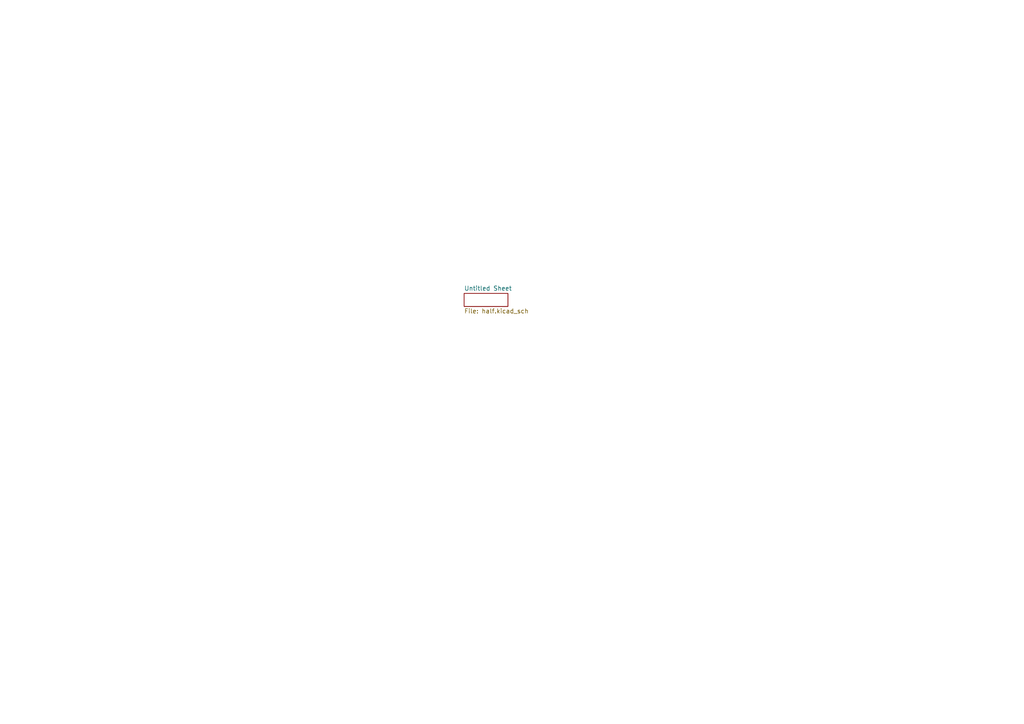
<source format=kicad_sch>
(kicad_sch
	(version 20231120)
	(generator "eeschema")
	(generator_version "8.0")
	(uuid "5533bd50-79b8-423e-a1a2-2804b7641d8c")
	(paper "A4")
	(lib_symbols)
	(sheet
		(at 134.62 85.09)
		(size 12.7 3.81)
		(fields_autoplaced yes)
		(stroke
			(width 0.1524)
			(type solid)
		)
		(fill
			(color 0 0 0 0.0000)
		)
		(uuid "bc86c25e-b189-49e8-a9a6-2440c3ec8cd0")
		(property "Sheetname" "Untitled Sheet"
			(at 134.62 84.3784 0)
			(effects
				(font
					(size 1.27 1.27)
				)
				(justify left bottom)
			)
		)
		(property "Sheetfile" "half.kicad_sch"
			(at 134.62 89.4846 0)
			(effects
				(font
					(size 1.27 1.27)
				)
				(justify left top)
			)
		)
		(instances
			(project "ocdmk"
				(path "/5533bd50-79b8-423e-a1a2-2804b7641d8c"
					(page "2")
				)
			)
		)
	)
	(sheet_instances
		(path "/"
			(page "1")
		)
	)
)

</source>
